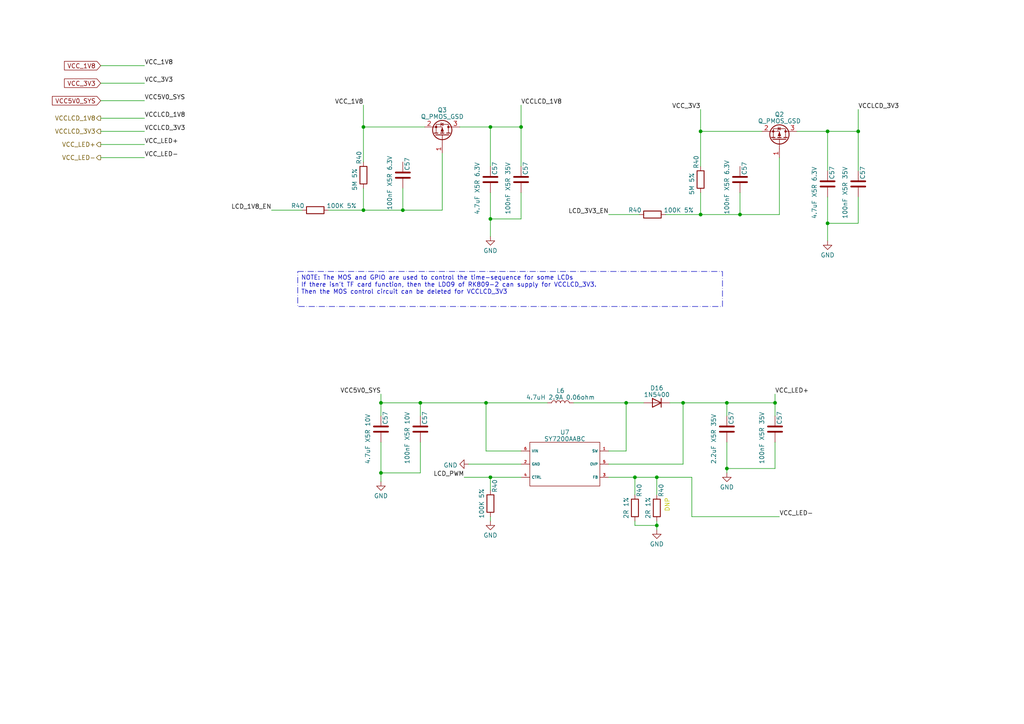
<source format=kicad_sch>
(kicad_sch (version 20230121) (generator eeschema)
  (paper "A4")
  (lib_symbols
    (symbol "Device:C" (pin_numbers hide) (pin_names (offset 0.254))
      (property "Reference" "C" (at 0.635 2.54 0))
      (property "Value" "C" (at 0.635 -2.54 0))
      (symbol "C_0_1"
        (polyline (pts (xy -2.032 -0.762) (xy 2.032 -0.762)) (stroke (width 0.508)))
        (polyline (pts (xy -2.032 0.762) (xy 2.032 0.762)) (stroke (width 0.508)))
      )
      (symbol "C_1_1"
        (pin passive line (at 0 3.81 270) (length 2.794) (name "~") (number "1"))
        (pin passive line (at 0 -3.81 90) (length 2.794) (name "~") (number "2"))
      )
    )
    (symbol "Device:L" (pin_numbers hide) (pin_names (offset 1.016) hide)
      (property "Reference" "L" (at -1.27 0 90))
      (property "Value" "L" (at 1.905 0 90))
      (symbol "L_0_1"
        (arc (start 0 -2.54) (mid 0.6323 -1.905) (end 0 -1.27))
        (arc (start 0 -1.27) (mid 0.6323 -0.635) (end 0 0))
        (arc (start 0 0) (mid 0.6323 0.635) (end 0 1.27))
        (arc (start 0 1.27) (mid 0.6323 1.905) (end 0 2.54))
      )
      (symbol "L_1_1"
        (pin passive line (at 0 3.81 270) (length 1.27) (name "1") (number "1"))
        (pin passive line (at 0 -3.81 90) (length 1.27) (name "2") (number "2"))
      )
    )
    (symbol "Device:Q_PMOS_GSD" (pin_names (offset 0) hide)
      (property "Reference" "Q" (at 5.08 1.27 0))
      (property "Value" "Q_PMOS_GSD" (at 5.08 -1.27 0))
      (symbol "Q_PMOS_GSD_0_1"
        (polyline (pts (xy 0.254 0) (xy -2.54 0)))
        (polyline (pts (xy 0.254 1.905) (xy 0.254 -1.905)) (stroke (width 0.254)))
        (polyline (pts (xy 0.762 -1.27) (xy 0.762 -2.286)) (stroke (width 0.254)))
        (polyline (pts (xy 0.762 0.508) (xy 0.762 -0.508)) (stroke (width 0.254)))
        (polyline (pts (xy 0.762 2.286) (xy 0.762 1.27)) (stroke (width 0.254)))
        (polyline (pts (xy 2.54 2.54) (xy 2.54 1.778)))
        (polyline (pts (xy 2.54 -2.54) (xy 2.54 0) (xy 0.762 0)))
        (polyline (pts (xy 0.762 1.778) (xy 3.302 1.778) (xy 3.302 -1.778) (xy 0.762 -1.778)))
        (polyline (pts (xy 2.286 0) (xy 1.27 0.381) (xy 1.27 -0.381) (xy 2.286 0)) (fill (type outline)))
        (polyline (pts (xy 2.794 -0.508) (xy 2.921 -0.381) (xy 3.683 -0.381) (xy 3.81 -0.254)))
        (polyline (pts (xy 3.302 -0.381) (xy 2.921 0.254) (xy 3.683 0.254) (xy 3.302 -0.381)))
        (circle (center 1.651 0) (radius 2.794) (stroke (width 0.254)))
        (circle (center 2.54 -1.778) (radius 0.254) (fill (type outline)))
        (circle (center 2.54 1.778) (radius 0.254) (fill (type outline)))
      )
      (symbol "Q_PMOS_GSD_1_1"
        (pin input line (at -5.08 0 0) (length 2.54) (name "G") (number "1"))
        (pin passive line (at 2.54 -5.08 90) (length 2.54) (name "S") (number "2"))
        (pin passive line (at 2.54 5.08 270) (length 2.54) (name "D") (number "3"))
      )
    )
    (symbol "Device:R" (pin_numbers hide) (pin_names (offset 0))
      (property "Reference" "R" (at 2.032 0 90))
      (property "Value" "R" (at 0 0 90))
      (symbol "R_0_1"
        (rectangle (start -1.016 -2.54) (end 1.016 2.54) (stroke (width 0.254)))
      )
      (symbol "R_1_1"
        (pin passive line (at 0 3.81 270) (length 1.27) (name "~") (number "1"))
        (pin passive line (at 0 -3.81 90) (length 1.27) (name "~") (number "2"))
      )
    )
    (symbol "Diode:1N5400" (pin_numbers hide) (pin_names hide)
      (property "Reference" "D" (at 0 2.54 0))
      (property "Value" "1N5400" (at 0 -2.54 0))
      (symbol "1N5400_0_1"
        (polyline (pts (xy -1.27 1.27) (xy -1.27 -1.27)) (stroke (width 0.254)))
        (polyline (pts (xy 1.27 0) (xy -1.27 0)))
        (polyline (pts (xy 1.27 1.27) (xy 1.27 -1.27) (xy -1.27 0) (xy 1.27 1.27)) (stroke (width 0.254)))
      )
      (symbol "1N5400_1_1"
        (pin passive line (at -3.81 0 0) (length 2.54) (name "K") (number "1"))
        (pin passive line (at 3.81 0 180) (length 2.54) (name "A") (number "2"))
      )
    )
    (symbol "Leaf_Converter_DCDC:SY7200AABC"
      (property "Reference" "U" (at -8.89 7.62 0))
      (property "Value" "SY7200AABC" (at 0 0 0))
      (symbol "SY7200AABC_0_1"
        (rectangle (start -10.16 6.35) (end 10.16 -6.35))
      )
      (symbol "SY7200AABC_1_1"
        (pin power_out line (at 12.7 3.81 180) (length 2.54) (name "SW") (number "1"))
        (pin power_in line (at -12.7 0 0) (length 2.54) (name "GND") (number "2"))
        (pin power_out line (at 12.7 -3.81 180) (length 2.54) (name "FB") (number "3"))
        (pin input line (at -12.7 -3.81 0) (length 2.54) (name "CTRL") (number "4"))
        (pin power_out line (at 12.7 0 180) (length 2.54) (name "OVP") (number "5"))
        (pin power_in line (at -12.7 3.81 0) (length 2.54) (name "VIN") (number "6"))
      )
    )
    (symbol "power:GND" (power) (pin_names (offset 0))
      (property "Value" "GND" (at 0 -3.81 0))
      (symbol "GND_0_1"
        (polyline (pts (xy 0 0) (xy 0 -1.27) (xy 1.27 -1.27) (xy 0 -2.54) (xy -1.27 -1.27) (xy 0 -1.27)))
      )
      (symbol "GND_1_1"
        (pin power_in line (at 0 0 270) (length 0) hide (name "GND") (number "1"))
      )
    )
  )
  (junction (at 140.97 116.84))
  (junction (at 142.24 36.83))
  (junction (at 110.49 116.84))
  (junction (at 198.12 116.84))
  (junction (at 214.63 62.23))
  (junction (at 248.92 38.1))
  (junction (at 203.2 38.1))
  (junction (at 105.41 60.96))
  (junction (at 142.24 138.43))
  (junction (at 116.84 60.96))
  (junction (at 110.49 137.16))
  (junction (at 210.82 135.89))
  (junction (at 210.82 116.84))
  (junction (at 190.5 152.4))
  (junction (at 151.13 36.83))
  (junction (at 105.41 36.83))
  (junction (at 240.03 38.1))
  (junction (at 142.24 63.5))
  (junction (at 121.92 116.84))
  (junction (at 224.79 116.84))
  (junction (at 190.5 138.43))
  (junction (at 181.61 116.84))
  (junction (at 240.03 64.77))
  (junction (at 203.2 62.23))
  (junction (at 184.15 138.43))
  (wire (pts (xy 210.82 116.84) (xy 210.82 120.65)))
  (wire (pts (xy 29.21 38.1) (xy 41.91 38.1)))
  (wire (pts (xy 203.2 38.1) (xy 220.98 38.1)))
  (wire (pts (xy 110.49 114.3) (xy 110.49 116.84)))
  (wire (pts (xy 210.82 135.89) (xy 210.82 137.16)))
  (wire (pts (xy 226.06 62.23) (xy 226.06 45.72)))
  (wire (pts (xy 203.2 55.88) (xy 203.2 62.23)))
  (wire (pts (xy 190.5 151.13) (xy 190.5 152.4)))
  (wire (pts (xy 29.21 34.29) (xy 41.91 34.29)))
  (wire (pts (xy 135.89 134.62) (xy 151.13 134.62)))
  (wire (pts (xy 224.79 116.84) (xy 224.79 120.65)))
  (wire (pts (xy 210.82 128.27) (xy 210.82 135.89)))
  (wire (pts (xy 151.13 130.81) (xy 140.97 130.81)))
  (wire (pts (xy 151.13 36.83) (xy 151.13 48.26)))
  (wire (pts (xy 184.15 151.13) (xy 184.15 152.4)))
  (wire (pts (xy 184.15 138.43) (xy 190.5 138.43)))
  (wire (pts (xy 105.41 54.61) (xy 105.41 60.96)))
  (wire (pts (xy 198.12 134.62) (xy 198.12 116.84)))
  (wire (pts (xy 190.5 138.43) (xy 190.5 143.51)))
  (wire (pts (xy 105.41 36.83) (xy 123.19 36.83)))
  (wire (pts (xy 240.03 38.1) (xy 240.03 49.53)))
  (wire (pts (xy 203.2 62.23) (xy 214.63 62.23)))
  (wire (pts (xy 151.13 63.5) (xy 142.24 63.5)))
  (wire (pts (xy 95.25 60.96) (xy 105.41 60.96)))
  (wire (pts (xy 190.5 138.43) (xy 200.66 138.43)))
  (wire (pts (xy 214.63 55.88) (xy 214.63 62.23)))
  (wire (pts (xy 140.97 116.84) (xy 158.75 116.84)))
  (wire (pts (xy 142.24 36.83) (xy 142.24 48.26)))
  (wire (pts (xy 203.2 31.75) (xy 203.2 38.1)))
  (wire (pts (xy 210.82 116.84) (xy 224.79 116.84)))
  (wire (pts (xy 142.24 138.43) (xy 151.13 138.43)))
  (wire (pts (xy 121.92 137.16) (xy 110.49 137.16)))
  (wire (pts (xy 176.53 134.62) (xy 198.12 134.62)))
  (wire (pts (xy 224.79 128.27) (xy 224.79 135.89)))
  (wire (pts (xy 142.24 149.86) (xy 142.24 151.13)))
  (wire (pts (xy 151.13 36.83) (xy 151.13 30.48)))
  (wire (pts (xy 29.21 19.05) (xy 41.91 19.05)))
  (wire (pts (xy 142.24 63.5) (xy 142.24 68.58)))
  (wire (pts (xy 29.21 45.72) (xy 41.91 45.72)))
  (wire (pts (xy 128.27 60.96) (xy 128.27 44.45)))
  (wire (pts (xy 121.92 116.84) (xy 140.97 116.84)))
  (wire (pts (xy 248.92 57.15) (xy 248.92 64.77)))
  (wire (pts (xy 116.84 60.96) (xy 128.27 60.96)))
  (wire (pts (xy 140.97 130.81) (xy 140.97 116.84)))
  (wire (pts (xy 181.61 130.81) (xy 181.61 116.84)))
  (wire (pts (xy 110.49 128.27) (xy 110.49 137.16)))
  (wire (pts (xy 194.31 116.84) (xy 198.12 116.84)))
  (wire (pts (xy 121.92 120.65) (xy 121.92 116.84)))
  (wire (pts (xy 176.53 62.23) (xy 185.42 62.23)))
  (wire (pts (xy 116.84 54.61) (xy 116.84 60.96)))
  (wire (pts (xy 105.41 36.83) (xy 105.41 46.99)))
  (wire (pts (xy 200.66 138.43) (xy 200.66 149.86)))
  (wire (pts (xy 133.35 36.83) (xy 142.24 36.83)))
  (wire (pts (xy 203.2 38.1) (xy 203.2 48.26)))
  (wire (pts (xy 110.49 116.84) (xy 110.49 120.65)))
  (wire (pts (xy 29.21 24.13) (xy 41.91 24.13)))
  (wire (pts (xy 248.92 38.1) (xy 248.92 49.53)))
  (wire (pts (xy 248.92 38.1) (xy 248.92 31.75)))
  (wire (pts (xy 240.03 38.1) (xy 248.92 38.1)))
  (wire (pts (xy 190.5 152.4) (xy 190.5 153.67)))
  (wire (pts (xy 240.03 57.15) (xy 240.03 64.77)))
  (wire (pts (xy 248.92 64.77) (xy 240.03 64.77)))
  (wire (pts (xy 121.92 116.84) (xy 110.49 116.84)))
  (wire (pts (xy 134.62 138.43) (xy 142.24 138.43)))
  (wire (pts (xy 142.24 142.24) (xy 142.24 138.43)))
  (wire (pts (xy 121.92 128.27) (xy 121.92 137.16)))
  (wire (pts (xy 151.13 55.88) (xy 151.13 63.5)))
  (wire (pts (xy 198.12 116.84) (xy 210.82 116.84)))
  (wire (pts (xy 29.21 29.21) (xy 41.91 29.21)))
  (wire (pts (xy 142.24 36.83) (xy 151.13 36.83)))
  (wire (pts (xy 105.41 30.48) (xy 105.41 36.83)))
  (wire (pts (xy 200.66 149.86) (xy 226.06 149.86)))
  (wire (pts (xy 176.53 138.43) (xy 184.15 138.43)))
  (wire (pts (xy 224.79 116.84) (xy 224.79 114.3)))
  (wire (pts (xy 184.15 138.43) (xy 184.15 143.51)))
  (wire (pts (xy 29.21 41.91) (xy 41.91 41.91)))
  (wire (pts (xy 224.79 135.89) (xy 210.82 135.89)))
  (wire (pts (xy 184.15 152.4) (xy 190.5 152.4)))
  (wire (pts (xy 231.14 38.1) (xy 240.03 38.1)))
  (wire (pts (xy 142.24 55.88) (xy 142.24 63.5)))
  (wire (pts (xy 166.37 116.84) (xy 181.61 116.84)))
  (wire (pts (xy 78.74 60.96) (xy 87.63 60.96)))
  (wire (pts (xy 110.49 137.16) (xy 110.49 139.7)))
  (wire (pts (xy 240.03 64.77) (xy 240.03 69.85)))
  (wire (pts (xy 181.61 116.84) (xy 186.69 116.84)))
  (wire (pts (xy 176.53 130.81) (xy 181.61 130.81)))
  (wire (pts (xy 214.63 62.23) (xy 226.06 62.23)))
  (wire (pts (xy 193.04 62.23) (xy 203.2 62.23)))
  (wire (pts (xy 105.41 60.96) (xy 116.84 60.96)))
  (text_box "NOTE: The MOS and GPIO are used to control the time-sequence for some LCDs\nIf there isn't TF card function, then the LDO9 of RK809-2 can supply for VCCLCD_3V3.\nThen the MOS control circuit can be deleted for VCCLCD_3V3" (at 86.36 78.74 0) (size 123.19 10.16) (stroke (width 0) (type dash_dot)) (effects (font (size 1.27 1.27)) (justify left top)))
  (text "DNP" (at 194.31 148.59 90) (effects (font (size 1.27 1.27)) (justify left bottom)))
  (label "LCD_3V3_EN" (at 176.53 62.23 180))
  (label "VCC_3V3" (at 203.2 31.75 180))
  (label "LCD_PWM" (at 134.62 138.43 180))
  (label "VCC_LED+" (at 224.79 114.3 0))
  (label "VCC_LED+" (at 41.91 41.91 0))
  (label "VCC_1V8" (at 41.91 19.05 0))
  (label "VCC_LED-" (at 226.06 149.86 0))
  (label "VCC_1V8" (at 105.41 30.48 180))
  (label "VCC_3V3" (at 41.91 24.13 0))
  (label "VCCLCD_1V8" (at 41.91 34.29 0))
  (label "VCCLCD_3V3" (at 248.92 31.75 0))
  (label "VCC5V0_SYS" (at 41.91 29.21 0))
  (label "VCCLCD_3V3" (at 41.91 38.1 0))
  (label "VCC5V0_SYS" (at 110.49 114.3 180))
  (label "VCC_LED-" (at 41.91 45.72 0))
  (label "VCCLCD_1V8" (at 151.13 30.48 0))
  (label "LCD_1V8_EN" (at 78.74 60.96 180))
  (global_label "VCC5V0_SYS" (shape input) (at 29.21 29.21 180) (property "Intersheetrefs" "${INTERSHEET_REFS}" (effects hide)))
  (global_label "VCC_3V3" (shape input) (at 29.21 24.13 180) (property "Intersheetrefs" "${INTERSHEET_REFS}" (effects hide)))
  (global_label "VCC_1V8" (shape input) (at 29.21 19.05 180) (property "Intersheetrefs" "${INTERSHEET_REFS}" (effects hide)))
  (hierarchical_label "VCC_LED+" (shape output) (at 29.21 41.91 180))
  (hierarchical_label "VCCLCD_1V8" (shape output) (at 29.21 34.29 180))
  (hierarchical_label "VCC_LED-" (shape output) (at 29.21 45.72 180))
  (hierarchical_label "VCCLCD_3V3" (shape output) (at 29.21 38.1 180))
  (symbol (lib_id "Device:Q_PMOS_GSD") (at 128.27 39.37 270) (mirror x) (unit 1)
    (property "Reference" "Q3" (at 128.27 31.9151 90))
    (property "Value" "Q_PMOS_GSD" (at 128.27 33.8361 90))
    (instances (project "leaf" (path "" (reference "Q3") (unit 1)) (path "" (reference "Q2") (unit 1))))
  )
  (symbol (lib_id "Device:R") (at 105.41 50.8 180) (unit 1)
    (property "Reference" "R40" (at 104.14 45.72 90))
    (property "Value" "5M 5%" (at 102.87 52.07 90))
    (property "Footprint" "Resistor_SMD:R_0402_1005Metric" (effects hide))
    (instances (project "leaf" (path "" (reference "R40") (unit 1)) (path "" (reference "R44") (unit 1)) (path "" (reference "R51") (unit 1)) (path "" (reference "R58") (unit 1)) (path "" (reference "R67") (unit 1)) (path "" (reference "R64") (unit 1))))
  )
  (symbol (lib_id "Device:C") (at 210.82 124.46 0) (unit 1)
    (property "Reference" "C57" (at 212.09 123.19 90) (effects (justify left)))
    (property "Value" "2.2uF X5R 35V" (at 207.01 134.62 90) (effects (justify left)))
    (property "Footprint" "Capacitor_SMD:C_0402_1005Metric" (effects hide))
    (instances (project "leaf" (path "" (reference "C57") (unit 1)) (path "" (reference "C59") (unit 1)) (path "" (reference "C84") (unit 1)) (path "" (reference "C90") (unit 1)) (path "" (reference "C100") (unit 1)) (path "" (reference "C117") (unit 1)) (path "" (reference "C146") (unit 1))))
  )
  (symbol (lib_id "Device:C") (at 110.49 124.46 0) (unit 1)
    (property "Reference" "C57" (at 111.76 123.19 90) (effects (justify left)))
    (property "Value" "4.7uF X5R 10V" (at 106.68 134.62 90) (effects (justify left)))
    (property "Footprint" "Capacitor_SMD:C_0402_1005Metric" (effects hide))
    (instances (project "leaf" (path "" (reference "C57") (unit 1)) (path "" (reference "C59") (unit 1)) (path "" (reference "C84") (unit 1)) (path "" (reference "C90") (unit 1)) (path "" (reference "C100") (unit 1)) (path "" (reference "C117") (unit 1)) (path "" (reference "C141") (unit 1))))
  )
  (symbol (lib_id "Device:C") (at 248.92 53.34 0) (unit 1)
    (property "Reference" "C57" (at 250.19 52.07 90) (effects (justify left)))
    (property "Value" "100nF X5R 35V" (at 245.11 63.5 90) (effects (justify left)))
    (property "Footprint" "Capacitor_SMD:C_0402_1005Metric" (effects hide))
    (instances (project "leaf" (path "" (reference "C57") (unit 1)) (path "" (reference "C59") (unit 1)) (path "" (reference "C84") (unit 1)) (path "" (reference "C90") (unit 1)) (path "" (reference "C100") (unit 1)) (path "" (reference "C111") (unit 1)) (path "" (reference "C119") (unit 1)) (path "" (reference "C130") (unit 1)) (path "" (reference "C150") (unit 1))))
  )
  (symbol (lib_id "Device:C") (at 214.63 52.07 0) (unit 1)
    (property "Reference" "C57" (at 215.9 50.8 90) (effects (justify left)))
    (property "Value" "100nF X5R 6.3V" (at 210.82 62.23 90) (effects (justify left)))
    (property "Footprint" "Capacitor_SMD:C_0402_1005Metric" (effects hide))
    (instances (project "leaf" (path "" (reference "C57") (unit 1)) (path "" (reference "C59") (unit 1)) (path "" (reference "C84") (unit 1)) (path "" (reference "C90") (unit 1)) (path "" (reference "C100") (unit 1)) (path "" (reference "C111") (unit 1)) (path "" (reference "C119") (unit 1)) (path "" (reference "C128") (unit 1)) (path "" (reference "C147") (unit 1))))
  )
  (symbol (lib_id "Device:R") (at 203.2 52.07 180) (unit 1)
    (property "Reference" "R40" (at 201.93 46.99 90))
    (property "Value" "5M 5%" (at 200.66 53.34 90))
    (property "Footprint" "Resistor_SMD:R_0402_1005Metric" (effects hide))
    (instances (project "leaf" (path "" (reference "R40") (unit 1)) (path "" (reference "R44") (unit 1)) (path "" (reference "R51") (unit 1)) (path "" (reference "R58") (unit 1)) (path "" (reference "R64") (unit 1)) (path "" (reference "R69") (unit 1))))
  )
  (symbol (lib_id "Leaf_Converter_DCDC:SY7200AABC") (at 163.83 134.62 0) (unit 1)
    (property "Reference" "U7" (at 163.83 125.3871 0))
    (property "Value" "SY7200AABC" (at 163.83 127.3081 0))
  )
  (symbol (lib_id "power:GND") (at 135.89 134.62 270) (unit 1)
    (property "Reference" "#PWR0130" (effects hide))
    (property "Value" "GND" (at 132.7151 134.9368 90) (effects (justify right)))
  )
  (symbol (lib_id "Device:R") (at 184.15 147.32 0) (mirror x) (unit 1)
    (property "Reference" "R40" (at 185.42 142.24 90))
    (property "Value" "2R 1%" (at 181.61 147.32 90))
    (property "Footprint" "Resistor_SMD:R_0402_1005Metric" (effects hide))
    (instances (project "leaf" (path "" (reference "R40") (unit 1)) (path "" (reference "R44") (unit 1)) (path "" (reference "R51") (unit 1)) (path "" (reference "R58") (unit 1)) (path "" (reference "R65") (unit 1)) (path "" (reference "R66") (unit 1))))
  )
  (symbol (lib_id "Device:R") (at 190.5 147.32 0) (mirror x) (unit 1) (in_bom no)
    (property "Reference" "R40" (at 191.77 142.24 90))
    (property "Value" "2R 1%" (at 187.96 147.32 90))
    (property "Footprint" "Resistor_SMD:R_0402_1005Metric" (effects hide))
    (instances (project "leaf" (path "" (reference "R40") (unit 1)) (path "" (reference "R44") (unit 1)) (path "" (reference "R51") (unit 1)) (path "" (reference "R58") (unit 1)) (path "" (reference "R65") (unit 1)) (path "" (reference "R68") (unit 1))))
  )
  (symbol (lib_id "Device:C") (at 224.79 124.46 0) (unit 1)
    (property "Reference" "C57" (at 226.06 123.19 90) (effects (justify left)))
    (property "Value" "100nF X5R 35V" (at 220.98 134.62 90) (effects (justify left)))
    (property "Footprint" "Capacitor_SMD:C_0402_1005Metric" (effects hide))
    (instances (project "leaf" (path "" (reference "C57") (unit 1)) (path "" (reference "C59") (unit 1)) (path "" (reference "C84") (unit 1)) (path "" (reference "C90") (unit 1)) (path "" (reference "C100") (unit 1)) (path "" (reference "C111") (unit 1)) (path "" (reference "C119") (unit 1)) (path "" (reference "C126") (unit 1)) (path "" (reference "C148") (unit 1))))
  )
  (symbol (lib_id "Device:C") (at 142.24 52.07 0) (unit 1)
    (property "Reference" "C57" (at 143.51 50.8 90) (effects (justify left)))
    (property "Value" "4.7uF X5R 6.3V" (at 138.43 62.23 90) (effects (justify left)))
    (property "Footprint" "Capacitor_SMD:C_0402_1005Metric" (effects hide))
    (instances (project "leaf" (path "" (reference "C57") (unit 1)) (path "" (reference "C59") (unit 1)) (path "" (reference "C84") (unit 1)) (path "" (reference "C90") (unit 1)) (path "" (reference "C100") (unit 1)) (path "" (reference "C111") (unit 1)) (path "" (reference "C119") (unit 1)) (path "" (reference "C132") (unit 1)) (path "" (reference "C144") (unit 1))))
  )
  (symbol (lib_id "power:GND") (at 142.24 151.13 0) (unit 1)
    (property "Reference" "#PWR0132" (effects hide))
    (property "Value" "GND" (at 142.24 155.2655 0))
  )
  (symbol (lib_id "Device:C") (at 151.13 52.07 0) (unit 1)
    (property "Reference" "C57" (at 152.4 50.8 90) (effects (justify left)))
    (property "Value" "100nF X5R 35V" (at 147.32 62.23 90) (effects (justify left)))
    (property "Footprint" "Capacitor_SMD:C_0402_1005Metric" (effects hide))
    (instances (project "leaf" (path "" (reference "C57") (unit 1)) (path "" (reference "C59") (unit 1)) (path "" (reference "C84") (unit 1)) (path "" (reference "C90") (unit 1)) (path "" (reference "C100") (unit 1)) (path "" (reference "C111") (unit 1)) (path "" (reference "C119") (unit 1)) (path "" (reference "C133") (unit 1)) (path "" (reference "C145") (unit 1))))
  )
  (symbol (lib_id "Device:C") (at 121.92 124.46 0) (unit 1)
    (property "Reference" "C57" (at 123.19 123.19 90) (effects (justify left)))
    (property "Value" "100nF X5R 10V" (at 118.11 134.62 90) (effects (justify left)))
    (property "Footprint" "Capacitor_SMD:C_0402_1005Metric" (effects hide))
    (instances (project "leaf" (path "" (reference "C57") (unit 1)) (path "" (reference "C59") (unit 1)) (path "" (reference "C84") (unit 1)) (path "" (reference "C90") (unit 1)) (path "" (reference "C100") (unit 1)) (path "" (reference "C111") (unit 1)) (path "" (reference "C119") (unit 1)) (path "" (reference "C126") (unit 1)) (path "" (reference "C143") (unit 1))))
  )
  (symbol (lib_id "Device:R") (at 91.44 60.96 270) (mirror x) (unit 1)
    (property "Reference" "R40" (at 86.36 59.69 90))
    (property "Value" "100K 5%" (at 99.06 59.69 90))
    (property "Footprint" "Resistor_SMD:R_0402_1005Metric" (effects hide))
    (instances (project "leaf" (path "" (reference "R40") (unit 1)) (path "" (reference "R44") (unit 1)) (path "" (reference "R51") (unit 1)) (path "" (reference "R58") (unit 1)) (path "" (reference "R66") (unit 1)) (path "" (reference "R63") (unit 1))))
  )
  (symbol (lib_id "Device:C") (at 116.84 50.8 0) (unit 1)
    (property "Reference" "C57" (at 118.11 49.53 90) (effects (justify left)))
    (property "Value" "100nF X5R 6.3V" (at 113.03 60.96 90) (effects (justify left)))
    (property "Footprint" "Capacitor_SMD:C_0402_1005Metric" (effects hide))
    (instances (project "leaf" (path "" (reference "C57") (unit 1)) (path "" (reference "C59") (unit 1)) (path "" (reference "C84") (unit 1)) (path "" (reference "C90") (unit 1)) (path "" (reference "C100") (unit 1)) (path "" (reference "C111") (unit 1)) (path "" (reference "C119") (unit 1)) (path "" (reference "C131") (unit 1)) (path "" (reference "C142") (unit 1))))
  )
  (symbol (lib_id "Device:Q_PMOS_GSD") (at 226.06 40.64 270) (mirror x) (unit 1)
    (property "Reference" "Q2" (at 226.06 33.1851 90))
    (property "Value" "Q_PMOS_GSD" (at 226.06 35.1061 90))
    (instances (project "leaf" (path "" (reference "Q2") (unit 1)) (path "" (reference "Q3") (unit 1))))
  )
  (symbol (lib_id "Device:R") (at 189.23 62.23 270) (mirror x) (unit 1)
    (property "Reference" "R40" (at 184.15 60.96 90))
    (property "Value" "100K 5%" (at 196.85 60.96 90))
    (property "Footprint" "Resistor_SMD:R_0402_1005Metric" (effects hide))
    (instances (project "leaf" (path "" (reference "R40") (unit 1)) (path "" (reference "R44") (unit 1)) (path "" (reference "R51") (unit 1)) (path "" (reference "R58") (unit 1)) (path "" (reference "R65") (unit 1)) (path "" (reference "R67") (unit 1))))
  )
  (symbol (lib_id "power:GND") (at 190.5 153.67 0) (unit 1)
    (property "Reference" "#PWR0133" (effects hide))
    (property "Value" "GND" (at 190.5 157.8055 0))
  )
  (symbol (lib_id "power:GND") (at 142.24 68.58 0) (unit 1)
    (property "Reference" "#PWR0123" (effects hide))
    (property "Value" "GND" (at 142.24 72.7155 0))
    (instances (project "leaf" (path "" (reference "#PWR0123") (unit 1)) (path "" (reference "#PWR0131") (unit 1))))
  )
  (symbol (lib_id "Device:L") (at 162.56 116.84 90) (unit 1)
    (property "Reference" "L6" (at 162.56 113.3247 90))
    (property "Value" "4.7uH 2.9A 0.06ohm" (at 162.56 115.2457 90))
  )
  (symbol (lib_id "power:GND") (at 110.49 139.7 0) (unit 1)
    (property "Reference" "#PWR0129" (effects hide))
    (property "Value" "GND" (at 110.49 143.8355 0))
  )
  (symbol (lib_id "Diode:1N5400") (at 190.5 116.84 0) (mirror y) (unit 1)
    (property "Reference" "D16" (at 190.5 112.5601 0))
    (property "Value" "1N5400" (at 190.5 114.4811 0))
    (property "Footprint" "Diode_SMD:D_SOD-323" (effects hide))
    (property "Datasheet" "http://www.vishay.com/docs/88516/1n5400.pdf" (effects hide))
    (property "Sim.Device" "D" (effects hide))
    (property "Sim.Pins" "1=K 2=A" (effects hide))
  )
  (symbol (lib_id "power:GND") (at 240.03 69.85 0) (unit 1)
    (property "Reference" "#PWR0122" (effects hide))
    (property "Value" "GND" (at 240.03 73.9855 0))
    (instances (project "leaf" (path "" (reference "#PWR0122") (unit 1)) (path "" (reference "#PWR0135") (unit 1))))
  )
  (symbol (lib_id "power:GND") (at 210.82 137.16 0) (unit 1)
    (property "Reference" "#PWR0134" (effects hide))
    (property "Value" "GND" (at 210.82 141.2955 0))
  )
  (symbol (lib_id "Device:C") (at 240.03 53.34 0) (unit 1)
    (property "Reference" "C57" (at 241.3 52.07 90) (effects (justify left)))
    (property "Value" "4.7uF X5R 6.3V" (at 236.22 63.5 90) (effects (justify left)))
    (property "Footprint" "Capacitor_SMD:C_0402_1005Metric" (effects hide))
    (instances (project "leaf" (path "" (reference "C57") (unit 1)) (path "" (reference "C59") (unit 1)) (path "" (reference "C84") (unit 1)) (path "" (reference "C90") (unit 1)) (path "" (reference "C100") (unit 1)) (path "" (reference "C111") (unit 1)) (path "" (reference "C119") (unit 1)) (path "" (reference "C129") (unit 1)) (path "" (reference "C149") (unit 1))))
  )
  (symbol (lib_id "Device:R") (at 142.24 146.05 0) (mirror x) (unit 1)
    (property "Reference" "R40" (at 143.51 140.97 90))
    (property "Value" "100K 5%" (at 139.7 146.05 90))
    (property "Footprint" "Resistor_SMD:R_0402_1005Metric" (effects hide))
    (instances (project "leaf" (path "" (reference "R40") (unit 1)) (path "" (reference "R44") (unit 1)) (path "" (reference "R51") (unit 1)) (path "" (reference "R58") (unit 1)) (path "" (reference "R65") (unit 1)) (path "" (reference "R65") (unit 1))))
  )
)
</source>
